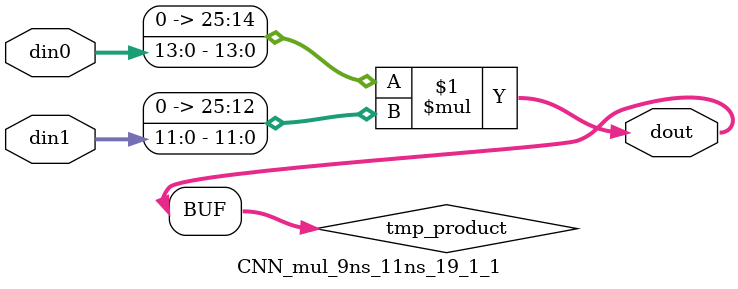
<source format=v>

`timescale 1 ns / 1 ps

 module CNN_mul_9ns_11ns_19_1_1(din0, din1, dout);
parameter ID = 1;
parameter NUM_STAGE = 0;
parameter din0_WIDTH = 14;
parameter din1_WIDTH = 12;
parameter dout_WIDTH = 26;

input [din0_WIDTH - 1 : 0] din0; 
input [din1_WIDTH - 1 : 0] din1; 
output [dout_WIDTH - 1 : 0] dout;

wire signed [dout_WIDTH - 1 : 0] tmp_product;
























assign tmp_product = $signed({1'b0, din0}) * $signed({1'b0, din1});











assign dout = tmp_product;





















endmodule

</source>
